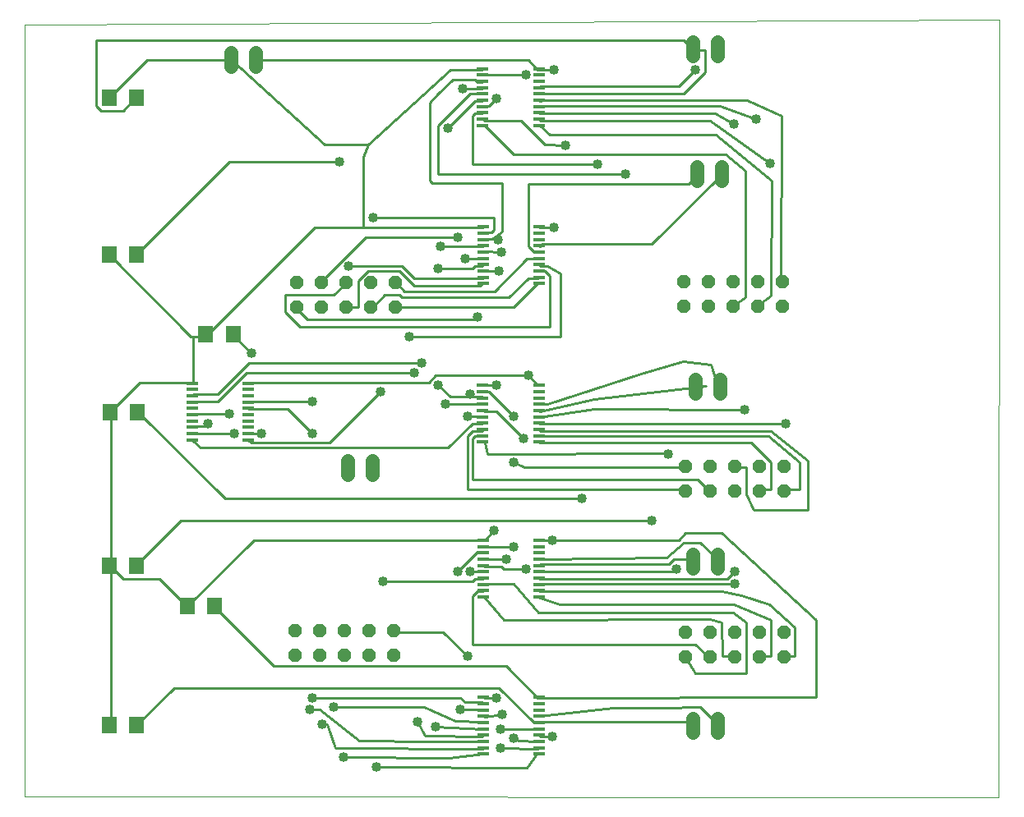
<source format=gtl>
G75*
%MOIN*%
%OFA0B0*%
%FSLAX25Y25*%
%IPPOS*%
%LPD*%
%AMOC8*
5,1,8,0,0,1.08239X$1,22.5*
%
%ADD10C,0.00000*%
%ADD11R,0.04724X0.01181*%
%ADD12OC8,0.05600*%
%ADD13C,0.05600*%
%ADD14R,0.06299X0.07098*%
%ADD15R,0.06299X0.07087*%
%ADD16C,0.01000*%
%ADD17C,0.04000*%
D10*
X0001197Y0035696D02*
X0001000Y0349081D01*
X0396591Y0351207D01*
X0396157Y0035381D01*
X0001197Y0035696D01*
D11*
X0068952Y0180598D03*
X0068952Y0183156D03*
X0068952Y0185715D03*
X0068952Y0188274D03*
X0068952Y0190833D03*
X0068952Y0193392D03*
X0068952Y0195952D03*
X0068952Y0198511D03*
X0068952Y0201069D03*
X0068952Y0203628D03*
X0091787Y0203628D03*
X0091787Y0201069D03*
X0091787Y0198511D03*
X0091787Y0195952D03*
X0091787Y0193392D03*
X0091787Y0190833D03*
X0091787Y0188274D03*
X0091787Y0185715D03*
X0091787Y0183156D03*
X0091787Y0180598D03*
X0186866Y0179692D03*
X0186866Y0182251D03*
X0186866Y0184810D03*
X0186866Y0187369D03*
X0186866Y0189928D03*
X0186866Y0192487D03*
X0186866Y0195046D03*
X0186866Y0197605D03*
X0186866Y0200164D03*
X0186866Y0202723D03*
X0209701Y0202723D03*
X0209701Y0200164D03*
X0209701Y0197605D03*
X0209701Y0195046D03*
X0209701Y0192487D03*
X0209701Y0189928D03*
X0209701Y0187369D03*
X0209701Y0184810D03*
X0209701Y0182251D03*
X0209701Y0179692D03*
X0209858Y0139849D03*
X0209858Y0137290D03*
X0209858Y0134731D03*
X0209858Y0132172D03*
X0209858Y0129613D03*
X0209858Y0127054D03*
X0209858Y0124495D03*
X0209858Y0121936D03*
X0209858Y0119377D03*
X0209858Y0116818D03*
X0187023Y0116818D03*
X0187023Y0119377D03*
X0187023Y0121936D03*
X0187023Y0124495D03*
X0187023Y0127054D03*
X0187023Y0129613D03*
X0187023Y0132172D03*
X0187023Y0134731D03*
X0187023Y0137290D03*
X0187023Y0139849D03*
X0187023Y0076069D03*
X0187023Y0073510D03*
X0187023Y0070952D03*
X0187023Y0068392D03*
X0187023Y0065833D03*
X0187023Y0063274D03*
X0187023Y0060715D03*
X0187023Y0058156D03*
X0187023Y0055597D03*
X0187023Y0053039D03*
X0209858Y0053039D03*
X0209858Y0055597D03*
X0209858Y0058156D03*
X0209858Y0060715D03*
X0209858Y0063274D03*
X0209858Y0065833D03*
X0209858Y0068392D03*
X0209858Y0070952D03*
X0209858Y0073510D03*
X0209858Y0076069D03*
X0209780Y0244062D03*
X0209780Y0246621D03*
X0209780Y0249180D03*
X0209780Y0251739D03*
X0209780Y0254298D03*
X0209780Y0256857D03*
X0209780Y0259416D03*
X0209780Y0261975D03*
X0209780Y0264534D03*
X0209780Y0267093D03*
X0186944Y0267093D03*
X0186944Y0264534D03*
X0186944Y0261975D03*
X0186944Y0259416D03*
X0186944Y0256857D03*
X0186944Y0254298D03*
X0186944Y0251739D03*
X0186944Y0249180D03*
X0186944Y0246621D03*
X0186944Y0244062D03*
X0186905Y0308235D03*
X0186905Y0310794D03*
X0186905Y0313353D03*
X0186905Y0315912D03*
X0186905Y0318471D03*
X0186905Y0321030D03*
X0186905Y0323589D03*
X0186905Y0326148D03*
X0186905Y0328707D03*
X0186905Y0331266D03*
X0209740Y0331266D03*
X0209740Y0328707D03*
X0209740Y0326148D03*
X0209740Y0323589D03*
X0209740Y0321030D03*
X0209740Y0318471D03*
X0209740Y0315912D03*
X0209740Y0313353D03*
X0209740Y0310794D03*
X0209740Y0308235D03*
D12*
X0151551Y0244396D03*
X0151551Y0234396D03*
X0141551Y0234396D03*
X0131551Y0234396D03*
X0121551Y0234396D03*
X0111551Y0234396D03*
X0111551Y0244396D03*
X0121551Y0244396D03*
X0131551Y0244396D03*
X0141551Y0244396D03*
X0268402Y0244672D03*
X0278402Y0244672D03*
X0288402Y0244672D03*
X0298402Y0244672D03*
X0308402Y0244672D03*
X0308402Y0234672D03*
X0298402Y0234672D03*
X0288402Y0234672D03*
X0278402Y0234672D03*
X0268402Y0234672D03*
X0269031Y0169948D03*
X0269031Y0159948D03*
X0279031Y0159948D03*
X0289031Y0159948D03*
X0289031Y0169948D03*
X0279031Y0169948D03*
X0299031Y0169948D03*
X0309031Y0169948D03*
X0309031Y0159948D03*
X0299031Y0159948D03*
X0298953Y0102585D03*
X0308953Y0102585D03*
X0308953Y0092585D03*
X0298953Y0092585D03*
X0288953Y0092585D03*
X0278953Y0092585D03*
X0268953Y0092585D03*
X0268953Y0102585D03*
X0278953Y0102585D03*
X0288953Y0102585D03*
X0150724Y0103097D03*
X0140724Y0103097D03*
X0130724Y0103097D03*
X0120724Y0103097D03*
X0110724Y0103097D03*
X0110724Y0093097D03*
X0120724Y0093097D03*
X0130724Y0093097D03*
X0140724Y0093097D03*
X0150724Y0093097D03*
D13*
X0142181Y0166557D02*
X0142181Y0172157D01*
X0132181Y0172157D02*
X0132181Y0166557D01*
X0272181Y0134204D02*
X0272181Y0128604D01*
X0282181Y0128604D02*
X0282181Y0134204D01*
X0283047Y0199549D02*
X0283047Y0205149D01*
X0273047Y0205149D02*
X0273047Y0199549D01*
X0273756Y0285730D02*
X0273756Y0291330D01*
X0283756Y0291330D02*
X0283756Y0285730D01*
X0282024Y0336518D02*
X0282024Y0342118D01*
X0272024Y0342118D02*
X0272024Y0336518D01*
X0094622Y0337708D02*
X0094622Y0332108D01*
X0084622Y0332108D02*
X0084622Y0337708D01*
X0272220Y0067551D02*
X0272220Y0061951D01*
X0282220Y0061951D02*
X0282220Y0067551D01*
D14*
X0085732Y0223530D03*
X0074535Y0223530D03*
X0046874Y0191955D03*
X0035677Y0191955D03*
X0035323Y0129318D03*
X0046520Y0129318D03*
X0046480Y0064751D03*
X0035283Y0064751D03*
X0035362Y0255892D03*
X0046559Y0255892D03*
X0046598Y0319633D03*
X0035402Y0319633D03*
D15*
X0067063Y0113018D03*
X0078087Y0113018D03*
D16*
X0078362Y0112389D01*
X0101984Y0088766D01*
X0196472Y0088766D01*
X0209268Y0075971D01*
X0209858Y0076069D01*
X0210252Y0075971D01*
X0322024Y0076129D01*
X0322024Y0107625D01*
X0283756Y0142743D01*
X0268992Y0142743D01*
X0266354Y0139948D01*
X0215173Y0139948D01*
X0210252Y0139948D01*
X0209858Y0139849D01*
X0209858Y0132172D02*
X0210252Y0132074D01*
X0261433Y0132861D01*
X0268323Y0138963D01*
X0275213Y0138963D01*
X0282102Y0132074D01*
X0282181Y0131404D01*
X0288992Y0127152D02*
X0286039Y0124200D01*
X0210252Y0124200D01*
X0209858Y0124495D01*
X0210252Y0122231D02*
X0209858Y0121936D01*
X0210252Y0122231D02*
X0288992Y0122231D01*
X0291748Y0117625D02*
X0283913Y0119278D01*
X0210252Y0119278D01*
X0209858Y0119377D01*
X0209858Y0116818D02*
X0210252Y0116326D01*
X0218008Y0113885D01*
X0288874Y0113845D01*
X0303756Y0107585D01*
X0303756Y0092704D01*
X0299819Y0092704D01*
X0298953Y0092585D01*
X0293913Y0085774D02*
X0273244Y0085774D01*
X0269307Y0091719D01*
X0268953Y0092585D01*
X0273244Y0097625D02*
X0278165Y0092704D01*
X0278953Y0092585D01*
X0284071Y0092704D02*
X0288008Y0092704D01*
X0288953Y0092585D01*
X0284071Y0092704D02*
X0283913Y0106562D01*
X0278992Y0107782D01*
X0195331Y0107467D01*
X0187614Y0116326D01*
X0187023Y0116818D01*
X0186630Y0119278D02*
X0187023Y0119377D01*
X0186630Y0119278D02*
X0184661Y0119278D01*
X0182693Y0117310D01*
X0182693Y0097625D01*
X0273244Y0097625D01*
X0288323Y0110459D02*
X0293913Y0106326D01*
X0293913Y0085774D01*
X0308953Y0092585D02*
X0309661Y0092704D01*
X0313598Y0092704D01*
X0313598Y0104515D01*
X0303244Y0113688D01*
X0291748Y0117625D01*
X0288323Y0110459D02*
X0209307Y0110578D01*
X0199425Y0122231D01*
X0187614Y0122231D01*
X0187023Y0121936D01*
X0186630Y0124200D02*
X0187023Y0124495D01*
X0186630Y0124200D02*
X0183677Y0124200D01*
X0182693Y0123215D01*
X0146276Y0123215D01*
X0150724Y0103097D02*
X0151197Y0102546D01*
X0170882Y0102546D01*
X0180724Y0092704D01*
X0193520Y0079908D02*
X0207299Y0066129D01*
X0209268Y0066129D01*
X0209858Y0065833D01*
X0210252Y0066129D01*
X0270291Y0066129D01*
X0271276Y0065144D01*
X0272220Y0064751D01*
X0270291Y0072034D02*
X0264780Y0071916D01*
X0239780Y0071955D01*
X0209858Y0068392D01*
X0209858Y0063274D02*
X0209268Y0063176D01*
X0194031Y0063176D01*
X0187023Y0063274D02*
X0186630Y0063176D01*
X0167850Y0064003D01*
X0164740Y0060341D02*
X0163638Y0060420D01*
X0163362Y0060459D01*
X0160370Y0066286D01*
X0164740Y0060341D02*
X0186630Y0060223D01*
X0187023Y0060715D01*
X0186630Y0058255D02*
X0187023Y0058156D01*
X0186630Y0058255D02*
X0168402Y0058058D01*
X0165134Y0058058D01*
X0136787Y0058333D01*
X0120685Y0071050D01*
X0116748Y0071050D01*
X0117732Y0075971D02*
X0177772Y0075971D01*
X0179740Y0074003D01*
X0186630Y0074003D01*
X0187023Y0073510D01*
X0186630Y0071050D02*
X0187023Y0070952D01*
X0186630Y0071050D02*
X0177772Y0071050D01*
X0175685Y0066326D02*
X0163008Y0072034D01*
X0126591Y0072034D01*
X0123638Y0065144D02*
X0121669Y0065144D01*
X0123638Y0065144D02*
X0127181Y0055381D01*
X0186630Y0055302D01*
X0187023Y0055597D01*
X0187023Y0053039D02*
X0173087Y0051641D01*
X0130449Y0051759D01*
X0143795Y0047704D02*
X0204780Y0047428D01*
X0209268Y0053333D01*
X0209858Y0053039D01*
X0209268Y0055302D02*
X0209858Y0055597D01*
X0209268Y0055302D02*
X0194150Y0055381D01*
X0199504Y0059357D02*
X0201394Y0058412D01*
X0209268Y0058255D01*
X0209858Y0058156D01*
X0210252Y0060223D02*
X0209858Y0060715D01*
X0210252Y0060223D02*
X0215173Y0060223D01*
X0194701Y0069042D02*
X0187614Y0068097D01*
X0187023Y0068392D01*
X0186630Y0066129D02*
X0187023Y0065833D01*
X0186630Y0066129D02*
X0175685Y0066326D01*
X0187023Y0076069D02*
X0187614Y0075971D01*
X0192535Y0075971D01*
X0193520Y0079908D02*
X0061630Y0079908D01*
X0046866Y0065144D01*
X0046480Y0064751D01*
X0036039Y0065144D02*
X0035283Y0064751D01*
X0036039Y0065144D02*
X0036039Y0129121D01*
X0035323Y0129318D01*
X0036039Y0130105D01*
X0036039Y0191129D01*
X0035677Y0191955D01*
X0036039Y0192113D01*
X0047850Y0203924D01*
X0068520Y0203924D01*
X0068952Y0203628D01*
X0069504Y0203924D01*
X0069504Y0222625D01*
X0068520Y0222625D01*
X0036039Y0255105D01*
X0035362Y0255892D01*
X0046559Y0255892D02*
X0046866Y0256089D01*
X0084268Y0293491D01*
X0128638Y0293491D01*
X0122850Y0300578D02*
X0140567Y0300578D01*
X0173835Y0330892D01*
X0186630Y0330892D01*
X0186905Y0331266D01*
X0187614Y0328924D02*
X0186905Y0328707D01*
X0187614Y0328924D02*
X0204346Y0328924D01*
X0209268Y0330892D02*
X0209740Y0331266D01*
X0210252Y0330892D01*
X0215882Y0330932D01*
X0209268Y0330892D02*
X0205331Y0334829D01*
X0095094Y0334829D01*
X0094622Y0334908D01*
X0085252Y0334829D02*
X0084622Y0334908D01*
X0084268Y0334829D01*
X0050803Y0334829D01*
X0036039Y0320066D01*
X0035402Y0319633D01*
X0030134Y0316129D02*
X0030134Y0342704D01*
X0268323Y0342704D01*
X0271276Y0339751D01*
X0272024Y0339318D01*
X0272260Y0338766D01*
X0277181Y0338766D01*
X0277181Y0329908D01*
X0268323Y0321050D01*
X0210252Y0321050D01*
X0209740Y0321030D01*
X0209740Y0318471D02*
X0210252Y0318097D01*
X0211354Y0318570D01*
X0294031Y0318570D01*
X0308205Y0312270D01*
X0307693Y0245263D01*
X0308402Y0244672D01*
X0303677Y0239003D02*
X0298835Y0235420D01*
X0298402Y0234672D01*
X0303677Y0239003D02*
X0304110Y0285932D01*
X0281276Y0304475D01*
X0214189Y0304318D01*
X0210252Y0308255D01*
X0209740Y0308235D01*
X0210252Y0310223D02*
X0209740Y0310794D01*
X0210252Y0310223D02*
X0279150Y0310223D01*
X0303480Y0292743D01*
X0293598Y0289751D02*
X0293402Y0238648D01*
X0288992Y0235420D01*
X0288402Y0234672D01*
X0279425Y0211286D02*
X0268165Y0212625D01*
X0251000Y0207546D01*
X0213087Y0195223D01*
X0209701Y0195046D01*
X0209701Y0192487D02*
X0210252Y0192113D01*
X0231984Y0197034D01*
X0277339Y0202507D01*
X0272260Y0201955D01*
X0273047Y0202349D01*
X0282102Y0202940D02*
X0279425Y0211286D01*
X0282102Y0202940D02*
X0283047Y0202349D01*
X0293008Y0192979D02*
X0232063Y0193018D01*
X0209701Y0189928D01*
X0209701Y0187369D02*
X0210252Y0187192D01*
X0285449Y0187192D01*
X0290528Y0187113D01*
X0309937Y0187231D01*
X0303756Y0184239D02*
X0318677Y0172074D01*
X0318677Y0152192D01*
X0296866Y0152270D01*
X0293913Y0158648D01*
X0293913Y0169475D01*
X0289976Y0169475D01*
X0289031Y0169948D01*
X0295882Y0179318D02*
X0303756Y0171444D01*
X0303756Y0160617D01*
X0299819Y0160617D01*
X0299031Y0159948D01*
X0309031Y0159948D02*
X0309661Y0160617D01*
X0315449Y0160617D01*
X0315488Y0171522D01*
X0302772Y0182270D01*
X0210252Y0182270D01*
X0209701Y0182251D01*
X0210252Y0184239D02*
X0209701Y0184810D01*
X0210252Y0184239D02*
X0303756Y0184239D01*
X0295882Y0179318D02*
X0210252Y0179318D01*
X0209701Y0179692D01*
X0203362Y0181286D02*
X0192535Y0192113D01*
X0187614Y0192113D01*
X0186866Y0192487D01*
X0186630Y0190144D02*
X0180724Y0190144D01*
X0182693Y0187192D02*
X0186630Y0187192D01*
X0186866Y0187369D01*
X0186866Y0189928D02*
X0186630Y0190144D01*
X0182693Y0187192D02*
X0172850Y0177349D01*
X0072457Y0177349D01*
X0069504Y0180302D01*
X0068952Y0180598D01*
X0068952Y0183156D02*
X0069504Y0183255D01*
X0086236Y0183255D01*
X0091787Y0183156D02*
X0092142Y0183255D01*
X0097063Y0183255D01*
X0093126Y0179318D02*
X0092142Y0180302D01*
X0091787Y0180598D01*
X0093126Y0179318D02*
X0124622Y0179318D01*
X0145291Y0199987D01*
X0159071Y0207861D02*
X0091157Y0207861D01*
X0079346Y0196050D01*
X0069504Y0196050D01*
X0068952Y0195952D01*
X0068952Y0198511D02*
X0069504Y0199003D01*
X0079346Y0199003D01*
X0092142Y0211798D01*
X0162024Y0211798D01*
X0167929Y0206877D02*
X0205331Y0206877D01*
X0209268Y0202940D01*
X0209701Y0202723D01*
X0199425Y0190144D02*
X0189583Y0199987D01*
X0187614Y0199987D01*
X0186866Y0200164D01*
X0186630Y0198018D02*
X0186866Y0197605D01*
X0186630Y0198018D02*
X0181709Y0198018D01*
X0181709Y0199003D01*
X0181709Y0198018D02*
X0173835Y0198018D01*
X0168913Y0202940D01*
X0167929Y0206877D02*
X0164976Y0203924D01*
X0092142Y0203924D01*
X0091787Y0203628D01*
X0092142Y0196050D02*
X0091787Y0195952D01*
X0092142Y0196050D02*
X0117732Y0196050D01*
X0107890Y0193097D02*
X0117732Y0183255D01*
X0107890Y0193097D02*
X0092142Y0193097D01*
X0091787Y0193392D01*
X0084268Y0191129D02*
X0069504Y0191129D01*
X0068952Y0190833D01*
X0074425Y0186207D02*
X0075409Y0187192D01*
X0074425Y0186207D02*
X0069504Y0186207D01*
X0068952Y0185715D01*
X0047850Y0191129D02*
X0046874Y0191955D01*
X0047850Y0191129D02*
X0082299Y0156680D01*
X0226984Y0156680D01*
X0203717Y0169318D02*
X0266787Y0169436D01*
X0269031Y0169948D01*
X0274228Y0164554D02*
X0278165Y0160617D01*
X0279031Y0159948D01*
X0274228Y0164554D02*
X0182693Y0164554D01*
X0182693Y0181286D01*
X0183677Y0182270D01*
X0186630Y0182270D01*
X0186866Y0182251D01*
X0186630Y0184239D02*
X0182693Y0184239D01*
X0180724Y0182270D01*
X0180724Y0160617D01*
X0268323Y0160617D01*
X0269031Y0159948D01*
X0262220Y0174869D02*
X0260134Y0174987D01*
X0188795Y0174790D01*
X0187614Y0179318D01*
X0186866Y0179692D01*
X0186630Y0184239D02*
X0186866Y0184810D01*
X0186866Y0195046D02*
X0186630Y0195066D01*
X0171866Y0195066D01*
X0186866Y0202723D02*
X0187614Y0202940D01*
X0192535Y0202940D01*
X0218520Y0222625D02*
X0157102Y0222625D01*
X0152181Y0234436D02*
X0151551Y0234396D01*
X0152181Y0234436D02*
X0199425Y0234436D01*
X0209268Y0244278D01*
X0209780Y0244062D01*
X0209268Y0246247D02*
X0209780Y0246621D01*
X0209268Y0246247D02*
X0205331Y0246247D01*
X0197457Y0238373D01*
X0154150Y0238373D01*
X0153165Y0239357D01*
X0147260Y0239357D01*
X0142339Y0234436D01*
X0141551Y0234396D01*
X0136433Y0234436D02*
X0132496Y0234436D01*
X0131551Y0234396D01*
X0136433Y0234436D02*
X0136433Y0245263D01*
X0140370Y0249200D01*
X0153165Y0249200D01*
X0159071Y0243294D01*
X0185646Y0243294D01*
X0186630Y0244278D01*
X0186944Y0244062D01*
X0186630Y0246247D02*
X0186944Y0246621D01*
X0186630Y0246247D02*
X0159071Y0246247D01*
X0154150Y0251168D01*
X0132496Y0251168D01*
X0131551Y0244396D02*
X0131512Y0244278D01*
X0126591Y0239357D01*
X0106906Y0239357D01*
X0106906Y0232467D01*
X0112811Y0226562D01*
X0214189Y0226562D01*
X0214189Y0247231D01*
X0212220Y0249200D01*
X0210252Y0249200D01*
X0209780Y0249180D01*
X0210252Y0251168D02*
X0209780Y0251739D01*
X0210252Y0251168D02*
X0213205Y0251168D01*
X0218520Y0248215D01*
X0218520Y0222625D01*
X0191748Y0240892D02*
X0154976Y0240853D01*
X0152181Y0244278D01*
X0151551Y0244396D01*
X0168913Y0250184D02*
X0182693Y0250184D01*
X0183677Y0251168D01*
X0186630Y0251168D01*
X0186944Y0251739D01*
X0186630Y0254121D02*
X0186944Y0254298D01*
X0186630Y0254121D02*
X0179740Y0254121D01*
X0186630Y0259042D02*
X0186944Y0259416D01*
X0186630Y0259042D02*
X0169898Y0259042D01*
X0176787Y0262979D02*
X0139386Y0262979D01*
X0121669Y0245263D01*
X0121551Y0244396D01*
X0111551Y0234396D02*
X0111827Y0233452D01*
X0115764Y0229515D01*
X0183677Y0229515D01*
X0184661Y0230499D01*
X0191748Y0240892D02*
X0204701Y0254160D01*
X0209268Y0254121D01*
X0209780Y0254298D01*
X0209780Y0256857D02*
X0209268Y0257074D01*
X0207299Y0257074D01*
X0205331Y0259042D01*
X0205331Y0284633D01*
X0270291Y0284633D01*
X0273244Y0287585D01*
X0273756Y0288530D01*
X0283087Y0287585D02*
X0283756Y0288530D01*
X0283087Y0287585D02*
X0255528Y0260026D01*
X0211236Y0260026D01*
X0210252Y0259042D01*
X0209780Y0259416D01*
X0210252Y0266916D02*
X0209780Y0267093D01*
X0210252Y0266916D02*
X0215843Y0266916D01*
X0194858Y0265105D02*
X0194740Y0284869D01*
X0166472Y0284869D01*
X0165488Y0285853D01*
X0165331Y0317428D01*
X0168913Y0321050D01*
X0174819Y0326955D01*
X0183677Y0326955D01*
X0184661Y0325971D01*
X0186630Y0325971D01*
X0186905Y0326148D01*
X0186905Y0323589D02*
X0186630Y0323018D01*
X0178756Y0323018D01*
X0181709Y0321050D02*
X0168913Y0308255D01*
X0168913Y0288570D01*
X0244701Y0288570D01*
X0233480Y0292507D02*
X0182693Y0292507D01*
X0182693Y0312192D01*
X0183677Y0313176D01*
X0186630Y0313176D01*
X0186905Y0313353D01*
X0186905Y0310794D02*
X0187614Y0310223D01*
X0202378Y0310223D01*
X0212220Y0300381D01*
X0220409Y0300302D01*
X0210252Y0313176D02*
X0209740Y0313353D01*
X0210252Y0313176D02*
X0281118Y0313176D01*
X0288638Y0308924D01*
X0283087Y0316129D02*
X0297693Y0310735D01*
X0283087Y0316129D02*
X0210252Y0316129D01*
X0209740Y0315912D01*
X0209740Y0323589D02*
X0210252Y0324003D01*
X0266354Y0324003D01*
X0273244Y0330892D01*
X0285528Y0296444D02*
X0293598Y0289751D01*
X0285528Y0296444D02*
X0199425Y0296444D01*
X0187614Y0308255D01*
X0186905Y0308235D01*
X0186905Y0315912D02*
X0187614Y0316129D01*
X0189583Y0316129D01*
X0192535Y0319081D01*
X0186905Y0318471D02*
X0186630Y0318097D01*
X0183677Y0318097D01*
X0172850Y0307270D01*
X0181709Y0321050D02*
X0186630Y0321050D01*
X0186905Y0321030D01*
X0140567Y0300578D02*
X0138402Y0295459D01*
X0138402Y0266916D01*
X0186630Y0266916D01*
X0186944Y0267093D01*
X0187614Y0264948D02*
X0186944Y0264534D01*
X0187614Y0264948D02*
X0190567Y0264948D01*
X0191551Y0265932D01*
X0191551Y0270853D01*
X0142339Y0270853D01*
X0138402Y0266916D02*
X0118717Y0266916D01*
X0075409Y0223609D01*
X0074535Y0223530D01*
X0074425Y0222625D01*
X0069504Y0222625D01*
X0085732Y0223530D02*
X0086236Y0222625D01*
X0093126Y0215735D01*
X0064583Y0147822D02*
X0255528Y0147822D01*
X0264386Y0132074D02*
X0271276Y0132074D01*
X0272181Y0131404D01*
X0265370Y0128137D02*
X0264386Y0127152D01*
X0210252Y0127152D01*
X0209858Y0127054D01*
X0209858Y0129613D02*
X0210252Y0130105D01*
X0262417Y0130105D01*
X0264386Y0132074D01*
X0204346Y0128137D02*
X0195488Y0128137D01*
X0194504Y0129121D01*
X0187614Y0129121D01*
X0187023Y0129613D01*
X0186630Y0127152D02*
X0187023Y0127054D01*
X0186630Y0127152D02*
X0181709Y0127152D01*
X0176787Y0127152D02*
X0184661Y0135026D01*
X0186630Y0135026D01*
X0187023Y0134731D01*
X0187614Y0136995D02*
X0187023Y0137290D01*
X0187614Y0136995D02*
X0199425Y0136995D01*
X0196472Y0132074D02*
X0187614Y0132074D01*
X0187023Y0132172D01*
X0187023Y0139849D02*
X0186630Y0139948D01*
X0094110Y0139948D01*
X0067535Y0113373D01*
X0067063Y0113018D01*
X0066551Y0113373D01*
X0055724Y0124200D01*
X0040961Y0124200D01*
X0036039Y0129121D01*
X0046520Y0129318D02*
X0046866Y0130105D01*
X0064583Y0147822D01*
X0187023Y0139849D02*
X0187614Y0139948D01*
X0191551Y0143885D01*
X0203717Y0169318D02*
X0199425Y0171326D01*
X0193559Y0249200D02*
X0187614Y0249200D01*
X0186944Y0249180D01*
X0186944Y0256857D02*
X0187614Y0257074D01*
X0194465Y0256837D01*
X0193244Y0261916D02*
X0191709Y0262822D01*
X0190567Y0261995D01*
X0187614Y0261995D01*
X0186944Y0261975D01*
X0191709Y0262822D02*
X0194858Y0265105D01*
X0122850Y0300578D02*
X0085252Y0334829D01*
X0046598Y0319633D02*
X0045882Y0319081D01*
X0040961Y0314160D01*
X0032102Y0314160D01*
X0030134Y0316129D01*
X0270291Y0072034D02*
X0275213Y0072034D01*
X0282102Y0065144D01*
X0282220Y0064751D01*
D17*
X0288992Y0122231D03*
X0288992Y0127152D03*
X0265370Y0128137D03*
X0255528Y0147822D03*
X0226984Y0156680D03*
X0215173Y0139948D03*
X0204346Y0128137D03*
X0196472Y0132074D03*
X0199425Y0136995D03*
X0191551Y0143885D03*
X0181709Y0127152D03*
X0176787Y0127152D03*
X0146276Y0123215D03*
X0180724Y0092704D03*
X0192535Y0075971D03*
X0194701Y0069042D03*
X0194031Y0063176D03*
X0199504Y0059357D03*
X0194150Y0055381D03*
X0177772Y0071050D03*
X0167850Y0064003D03*
X0160370Y0066286D03*
X0143795Y0047704D03*
X0130449Y0051759D03*
X0121669Y0065144D03*
X0116748Y0071050D03*
X0117732Y0075971D03*
X0126591Y0072034D03*
X0215173Y0060223D03*
X0199425Y0171326D03*
X0203362Y0181286D03*
X0199425Y0190144D03*
X0192535Y0202940D03*
X0181709Y0199003D03*
X0171866Y0195066D03*
X0168913Y0202940D03*
X0159071Y0207861D03*
X0162024Y0211798D03*
X0157102Y0222625D03*
X0145291Y0199987D03*
X0117732Y0196050D03*
X0117732Y0183255D03*
X0097063Y0183255D03*
X0086236Y0183255D03*
X0084268Y0191129D03*
X0075409Y0187192D03*
X0093126Y0215735D03*
X0132496Y0251168D03*
X0142339Y0270853D03*
X0128638Y0293491D03*
X0169898Y0259042D03*
X0176787Y0262979D03*
X0179740Y0254121D03*
X0168913Y0250184D03*
X0193559Y0249200D03*
X0194465Y0256837D03*
X0193244Y0261916D03*
X0215843Y0266916D03*
X0244701Y0288570D03*
X0233480Y0292507D03*
X0220409Y0300302D03*
X0192535Y0319081D03*
X0204346Y0328924D03*
X0215882Y0330932D03*
X0178756Y0323018D03*
X0172850Y0307270D03*
X0184661Y0230499D03*
X0205331Y0206877D03*
X0180724Y0190144D03*
X0262220Y0174869D03*
X0293008Y0192979D03*
X0309937Y0187231D03*
X0303480Y0292743D03*
X0288638Y0308924D03*
X0297693Y0310735D03*
X0273244Y0330892D03*
M02*

</source>
